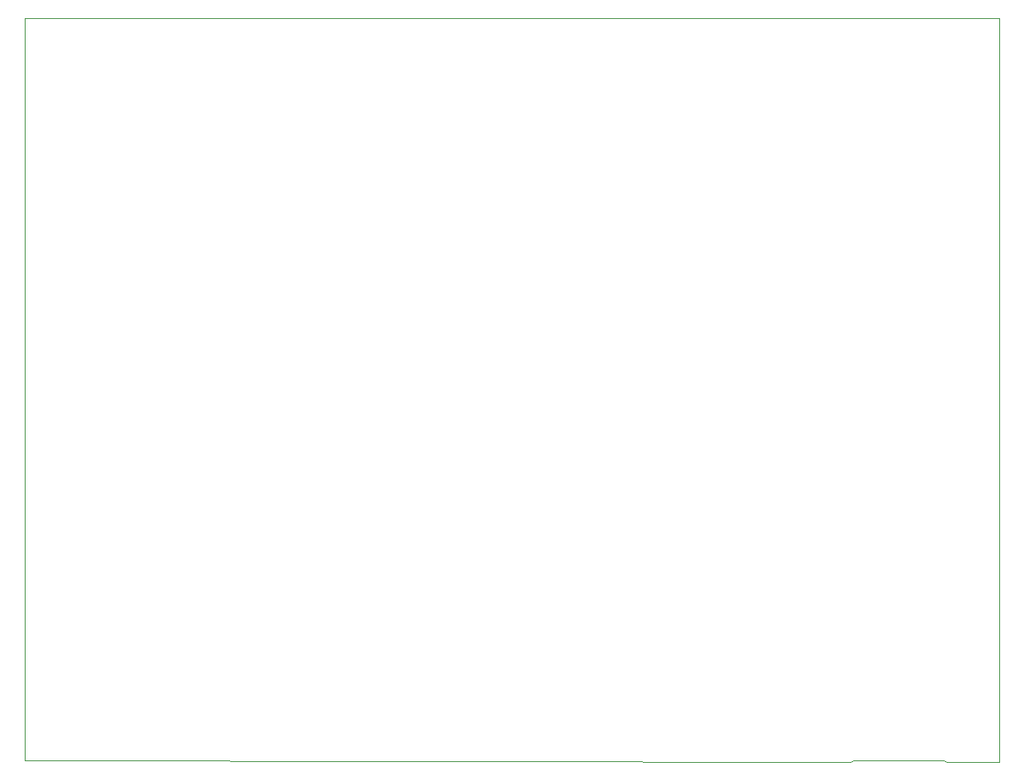
<source format=gbr>
%TF.GenerationSoftware,KiCad,Pcbnew,9.0.2*%
%TF.CreationDate,2025-06-27T23:38:42-07:00*%
%TF.ProjectId,bigMacro,6269674d-6163-4726-9f2e-6b696361645f,rev?*%
%TF.SameCoordinates,Original*%
%TF.FileFunction,Profile,NP*%
%FSLAX46Y46*%
G04 Gerber Fmt 4.6, Leading zero omitted, Abs format (unit mm)*
G04 Created by KiCad (PCBNEW 9.0.2) date 2025-06-27 23:38:42*
%MOMM*%
%LPD*%
G01*
G04 APERTURE LIST*
%TA.AperFunction,Profile*%
%ADD10C,0.050000*%
%TD*%
G04 APERTURE END LIST*
D10*
X131762500Y-108091809D02*
X126461315Y-108088272D01*
X126036329Y-107943169D01*
X116792755Y-107944296D01*
X116516097Y-108098312D01*
X31750000Y-107950000D01*
X31750000Y-31750000D01*
X131762500Y-31750000D01*
X131762500Y-108091809D01*
M02*

</source>
